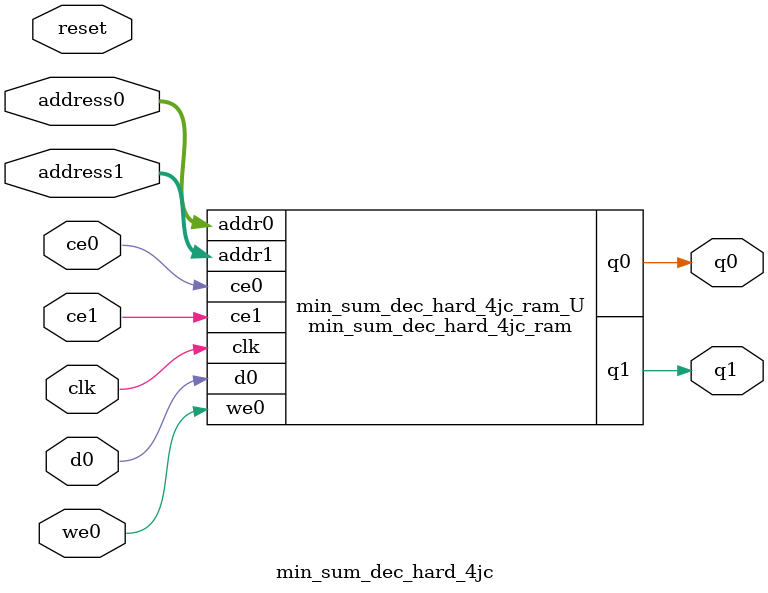
<source format=v>

`timescale 1 ns / 1 ps
module min_sum_dec_hard_4jc_ram (addr0, ce0, d0, we0, q0, addr1, ce1, q1,  clk);

parameter DWIDTH = 1;
parameter AWIDTH = 8;
parameter MEM_SIZE = 167;

input[AWIDTH-1:0] addr0;
input ce0;
input[DWIDTH-1:0] d0;
input we0;
output reg[DWIDTH-1:0] q0;
input[AWIDTH-1:0] addr1;
input ce1;
output reg[DWIDTH-1:0] q1;
input clk;

(* ram_style = "distributed" *)reg [DWIDTH-1:0] ram[0:MEM_SIZE-1];




always @(posedge clk)  
begin 
    if (ce0) 
    begin
        if (we0) 
        begin 
            ram[addr0] <= d0; 
            q0 <= d0;
        end 
        else 
            q0 <= ram[addr0];
    end
end


always @(posedge clk)  
begin 
    if (ce1) 
    begin
            q1 <= ram[addr1];
    end
end


endmodule


`timescale 1 ns / 1 ps
module min_sum_dec_hard_4jc(
    reset,
    clk,
    address0,
    ce0,
    we0,
    d0,
    q0,
    address1,
    ce1,
    q1);

parameter DataWidth = 32'd1;
parameter AddressRange = 32'd167;
parameter AddressWidth = 32'd8;
input reset;
input clk;
input[AddressWidth - 1:0] address0;
input ce0;
input we0;
input[DataWidth - 1:0] d0;
output[DataWidth - 1:0] q0;
input[AddressWidth - 1:0] address1;
input ce1;
output[DataWidth - 1:0] q1;



min_sum_dec_hard_4jc_ram min_sum_dec_hard_4jc_ram_U(
    .clk( clk ),
    .addr0( address0 ),
    .ce0( ce0 ),
    .d0( d0 ),
    .we0( we0 ),
    .q0( q0 ),
    .addr1( address1 ),
    .ce1( ce1 ),
    .q1( q1 ));

endmodule


</source>
